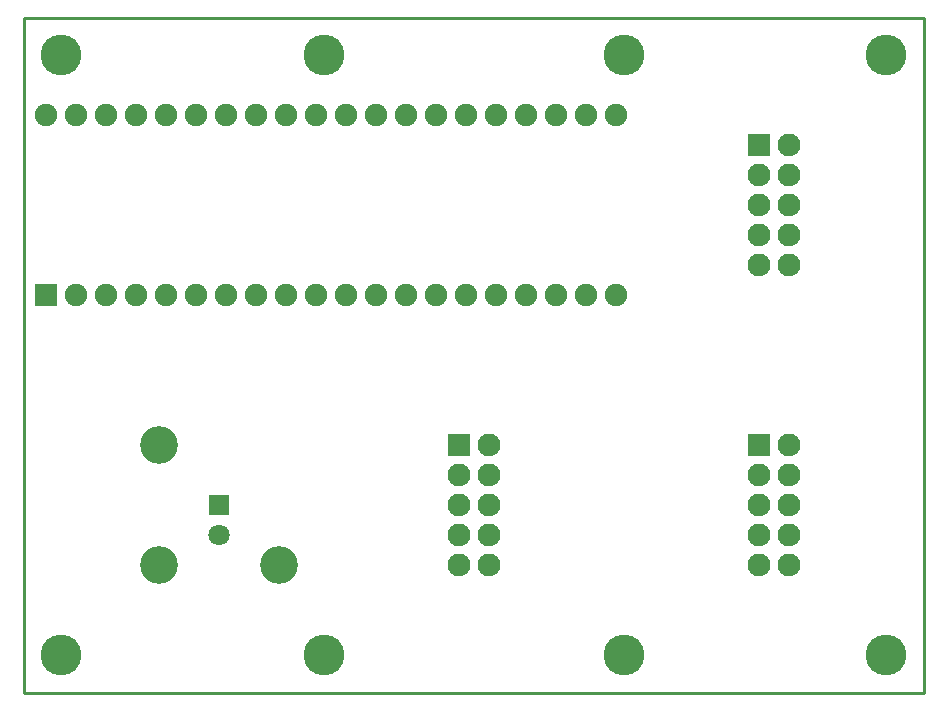
<source format=gts>
G04 (created by PCBNEW-RS274X (20100406 SVN-R2509)-final) date Thu 17 Jun 2010 11:12:04 AM PDT*
G01*
G70*
G90*
%MOIN*%
G04 Gerber Fmt 3.4, Leading zero omitted, Abs format*
%FSLAX34Y34*%
G04 APERTURE LIST*
%ADD10C,0.001000*%
%ADD11C,0.009000*%
%ADD12C,0.126000*%
%ADD13R,0.071000X0.071000*%
%ADD14C,0.071000*%
%ADD15C,0.075000*%
%ADD16R,0.075000X0.075000*%
%ADD17C,0.136000*%
%ADD18R,0.076000X0.076000*%
%ADD19C,0.076000*%
G04 APERTURE END LIST*
G54D10*
G54D11*
X59000Y-30750D02*
X29000Y-30750D01*
X59000Y-53250D02*
X59000Y-30750D01*
X29000Y-53250D02*
X59000Y-53250D01*
X29000Y-30750D02*
X29000Y-53250D01*
G54D12*
X33500Y-49000D03*
X33500Y-45000D03*
G54D13*
X35500Y-47000D03*
G54D14*
X35500Y-48000D03*
G54D12*
X37500Y-49000D03*
G54D15*
X29750Y-34000D03*
X30750Y-34000D03*
X31750Y-34000D03*
X32750Y-34000D03*
X33750Y-34000D03*
X34750Y-34000D03*
X35750Y-34000D03*
X36750Y-34000D03*
X37750Y-34000D03*
X38750Y-34000D03*
X39750Y-34000D03*
X40750Y-34000D03*
X41750Y-34000D03*
X42750Y-34000D03*
X48750Y-34000D03*
X47750Y-34000D03*
X46750Y-34000D03*
X45750Y-34000D03*
X44750Y-34000D03*
X43750Y-34000D03*
G54D16*
X29750Y-40000D03*
G54D15*
X30750Y-40000D03*
X31750Y-40000D03*
X32750Y-40000D03*
X33750Y-40000D03*
X34750Y-40000D03*
X35750Y-40000D03*
X36750Y-40000D03*
X37750Y-40000D03*
X38750Y-40000D03*
X39750Y-40000D03*
X40750Y-40000D03*
X41750Y-40000D03*
X42750Y-40000D03*
X43750Y-40000D03*
X44750Y-40000D03*
X45750Y-40000D03*
X46750Y-40000D03*
X47750Y-40000D03*
X48750Y-40000D03*
G54D17*
X30250Y-32000D03*
X30250Y-52000D03*
X39000Y-52000D03*
X39000Y-32000D03*
X49000Y-32000D03*
X49000Y-52000D03*
X57750Y-32000D03*
X57750Y-52000D03*
G54D18*
X43500Y-45000D03*
G54D19*
X44500Y-45000D03*
X43500Y-46000D03*
X44500Y-46000D03*
X43500Y-47000D03*
X44500Y-47000D03*
X43500Y-48000D03*
X44500Y-48000D03*
X43500Y-49000D03*
X44500Y-49000D03*
G54D18*
X53500Y-45000D03*
G54D19*
X54500Y-45000D03*
X53500Y-46000D03*
X54500Y-46000D03*
X53500Y-47000D03*
X54500Y-47000D03*
X53500Y-48000D03*
X54500Y-48000D03*
X53500Y-49000D03*
X54500Y-49000D03*
G54D18*
X53500Y-35000D03*
G54D19*
X54500Y-35000D03*
X53500Y-36000D03*
X54500Y-36000D03*
X53500Y-37000D03*
X54500Y-37000D03*
X53500Y-38000D03*
X54500Y-38000D03*
X53500Y-39000D03*
X54500Y-39000D03*
M02*

</source>
